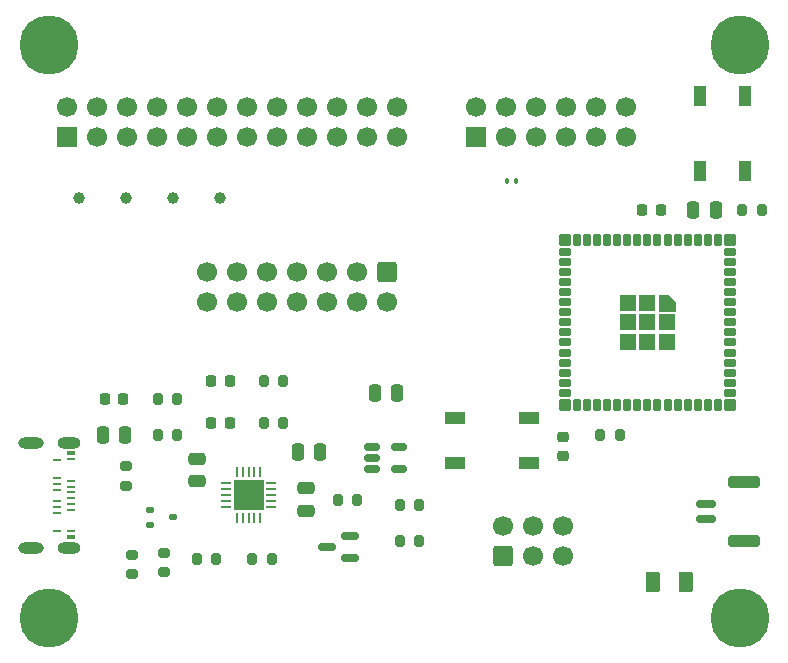
<source format=gbr>
%TF.GenerationSoftware,KiCad,Pcbnew,9.0.6*%
%TF.CreationDate,2026-01-12T13:11:15+01:00*%
%TF.ProjectId,IoT-Werkstatt_Band1,496f542d-5765-4726-9b73-746174745f42,rev?*%
%TF.SameCoordinates,Original*%
%TF.FileFunction,Soldermask,Top*%
%TF.FilePolarity,Negative*%
%FSLAX46Y46*%
G04 Gerber Fmt 4.6, Leading zero omitted, Abs format (unit mm)*
G04 Created by KiCad (PCBNEW 9.0.6) date 2026-01-12 13:11:15*
%MOMM*%
%LPD*%
G01*
G04 APERTURE LIST*
G04 Aperture macros list*
%AMRoundRect*
0 Rectangle with rounded corners*
0 $1 Rounding radius*
0 $2 $3 $4 $5 $6 $7 $8 $9 X,Y pos of 4 corners*
0 Add a 4 corners polygon primitive as box body*
4,1,4,$2,$3,$4,$5,$6,$7,$8,$9,$2,$3,0*
0 Add four circle primitives for the rounded corners*
1,1,$1+$1,$2,$3*
1,1,$1+$1,$4,$5*
1,1,$1+$1,$6,$7*
1,1,$1+$1,$8,$9*
0 Add four rect primitives between the rounded corners*
20,1,$1+$1,$2,$3,$4,$5,0*
20,1,$1+$1,$4,$5,$6,$7,0*
20,1,$1+$1,$6,$7,$8,$9,0*
20,1,$1+$1,$8,$9,$2,$3,0*%
G04 Aperture macros list end*
%ADD10C,0.010000*%
%ADD11C,2.900000*%
%ADD12C,5.000000*%
%ADD13RoundRect,0.102000X-0.200000X0.400000X-0.200000X-0.400000X0.200000X-0.400000X0.200000X0.400000X0*%
%ADD14RoundRect,0.102000X-0.400000X0.200000X-0.400000X-0.200000X0.400000X-0.200000X0.400000X0.200000X0*%
%ADD15RoundRect,0.102000X-0.600000X0.600000X-0.600000X-0.600000X0.600000X-0.600000X0.600000X0.600000X0*%
%ADD16RoundRect,0.102000X-0.400000X0.400000X-0.400000X-0.400000X0.400000X-0.400000X0.400000X0.400000X0*%
%ADD17RoundRect,0.218750X-0.218750X-0.256250X0.218750X-0.256250X0.218750X0.256250X-0.218750X0.256250X0*%
%ADD18RoundRect,0.200000X-0.200000X-0.275000X0.200000X-0.275000X0.200000X0.275000X-0.200000X0.275000X0*%
%ADD19RoundRect,0.200000X0.200000X0.275000X-0.200000X0.275000X-0.200000X-0.275000X0.200000X-0.275000X0*%
%ADD20RoundRect,0.225000X-0.250000X0.225000X-0.250000X-0.225000X0.250000X-0.225000X0.250000X0.225000X0*%
%ADD21RoundRect,0.200000X-0.275000X0.200000X-0.275000X-0.200000X0.275000X-0.200000X0.275000X0.200000X0*%
%ADD22RoundRect,0.250000X0.475000X-0.250000X0.475000X0.250000X-0.475000X0.250000X-0.475000X-0.250000X0*%
%ADD23RoundRect,0.112500X-0.237500X0.112500X-0.237500X-0.112500X0.237500X-0.112500X0.237500X0.112500X0*%
%ADD24R,1.000000X1.700000*%
%ADD25RoundRect,0.200000X0.275000X-0.200000X0.275000X0.200000X-0.275000X0.200000X-0.275000X-0.200000X0*%
%ADD26RoundRect,0.250000X0.375000X0.625000X-0.375000X0.625000X-0.375000X-0.625000X0.375000X-0.625000X0*%
%ADD27RoundRect,0.225000X0.225000X0.250000X-0.225000X0.250000X-0.225000X-0.250000X0.225000X-0.250000X0*%
%ADD28RoundRect,0.150000X0.587500X0.150000X-0.587500X0.150000X-0.587500X-0.150000X0.587500X-0.150000X0*%
%ADD29R,1.700000X1.000000*%
%ADD30RoundRect,0.250000X0.250000X0.475000X-0.250000X0.475000X-0.250000X-0.475000X0.250000X-0.475000X0*%
%ADD31RoundRect,0.150000X-0.512500X-0.150000X0.512500X-0.150000X0.512500X0.150000X-0.512500X0.150000X0*%
%ADD32C,1.000000*%
%ADD33RoundRect,0.075000X-0.300000X0.075000X-0.300000X-0.075000X0.300000X-0.075000X0.300000X0.075000X0*%
%ADD34RoundRect,0.062500X-0.312500X0.062500X-0.312500X-0.062500X0.312500X-0.062500X0.312500X0.062500X0*%
%ADD35O,1.950000X0.950000*%
%ADD36O,2.150000X0.950000*%
%ADD37RoundRect,0.150000X0.700000X-0.150000X0.700000X0.150000X-0.700000X0.150000X-0.700000X-0.150000X0*%
%ADD38RoundRect,0.250000X1.100000X-0.250000X1.100000X0.250000X-1.100000X0.250000X-1.100000X-0.250000X0*%
%ADD39RoundRect,0.250000X-0.600000X0.600000X-0.600000X-0.600000X0.600000X-0.600000X0.600000X0.600000X0*%
%ADD40C,1.700000*%
%ADD41RoundRect,0.062500X-0.350000X-0.062500X0.350000X-0.062500X0.350000X0.062500X-0.350000X0.062500X0*%
%ADD42RoundRect,0.062500X-0.062500X-0.350000X0.062500X-0.350000X0.062500X0.350000X-0.062500X0.350000X0*%
%ADD43R,2.500000X2.500000*%
%ADD44RoundRect,0.225000X-0.225000X-0.250000X0.225000X-0.250000X0.225000X0.250000X-0.225000X0.250000X0*%
%ADD45RoundRect,0.075000X0.075000X0.175000X-0.075000X0.175000X-0.075000X-0.175000X0.075000X-0.175000X0*%
%ADD46RoundRect,0.250000X0.600000X-0.600000X0.600000X0.600000X-0.600000X0.600000X-0.600000X-0.600000X0*%
%ADD47R,1.700000X1.700000*%
%ADD48RoundRect,0.250000X-0.250000X-0.475000X0.250000X-0.475000X0.250000X0.475000X-0.250000X0.475000X0*%
G04 APERTURE END LIST*
D10*
%TO.C,U2*%
X187500000Y-83800000D02*
X187500000Y-84550000D01*
X186100000Y-84550000D01*
X186100000Y-83150000D01*
X186850000Y-83150000D01*
X187500000Y-83800000D01*
G36*
X187500000Y-83800000D02*
G01*
X187500000Y-84550000D01*
X186100000Y-84550000D01*
X186100000Y-83150000D01*
X186850000Y-83150000D01*
X187500000Y-83800000D01*
G37*
%TD*%
D11*
%TO.C,REF\u002A\u002A*%
X134500000Y-110500000D03*
D12*
X134500000Y-110500000D03*
%TD*%
D11*
%TO.C,REF\u002A\u002A*%
X193000000Y-110500000D03*
D12*
X193000000Y-110500000D03*
%TD*%
D11*
%TO.C,REF\u002A\u002A*%
X193000000Y-62000000D03*
D12*
X193000000Y-62000000D03*
%TD*%
D11*
%TO.C,REF\u002A\u002A*%
X134500000Y-62000000D03*
D12*
X134500000Y-62000000D03*
%TD*%
D13*
%TO.C,U2*%
X191100000Y-78500000D03*
X190250000Y-78500000D03*
X189400000Y-78500000D03*
X188550000Y-78500000D03*
X187700000Y-78500000D03*
X186850000Y-78500000D03*
X186000000Y-78500000D03*
X185150000Y-78500000D03*
X184300000Y-78500000D03*
X183450000Y-78500000D03*
X182600000Y-78500000D03*
X181750000Y-78500000D03*
X180900000Y-78500000D03*
X180050000Y-78500000D03*
X179200000Y-78500000D03*
D14*
X178150000Y-79550000D03*
X178150000Y-80400000D03*
X178150000Y-81250000D03*
X178150000Y-82100000D03*
X178150000Y-82950000D03*
X178150000Y-83800000D03*
X178150000Y-84650000D03*
X178150000Y-85500000D03*
X178150000Y-86350000D03*
X178150000Y-87200000D03*
X178150000Y-88050000D03*
X178150000Y-88900000D03*
X178150000Y-89750000D03*
X178150000Y-90600000D03*
X178150000Y-91450000D03*
D13*
X179200000Y-92500000D03*
X180050000Y-92500000D03*
X180900000Y-92500000D03*
X181750000Y-92500000D03*
X182600000Y-92500000D03*
X183450000Y-92500000D03*
X184300000Y-92500000D03*
X185150000Y-92500000D03*
X186000000Y-92500000D03*
X186850000Y-92500000D03*
X187700000Y-92500000D03*
X188550000Y-92500000D03*
X189400000Y-92500000D03*
X190250000Y-92500000D03*
X191100000Y-92500000D03*
D14*
X192150000Y-91450000D03*
X192150000Y-90600000D03*
X192150000Y-89750000D03*
X192150000Y-88900000D03*
X192150000Y-88050000D03*
X192150000Y-87200000D03*
X192150000Y-86350000D03*
X192150000Y-85500000D03*
X192150000Y-84650000D03*
X192150000Y-83800000D03*
X192150000Y-82950000D03*
X192150000Y-82100000D03*
X192150000Y-81250000D03*
X192150000Y-80400000D03*
X192150000Y-79550000D03*
D15*
X186800000Y-85500000D03*
X186800000Y-87150000D03*
X185150000Y-83850000D03*
X185150000Y-85500000D03*
X185150000Y-87150000D03*
X183500000Y-83850000D03*
X183500000Y-85500000D03*
X183500000Y-87150000D03*
D16*
X192150000Y-78500000D03*
X178150000Y-78500000D03*
X178150000Y-92500000D03*
X192150000Y-92500000D03*
%TD*%
D17*
%TO.C,D3*%
X148212500Y-94000000D03*
X149787500Y-94000000D03*
%TD*%
D18*
%TO.C,R7*%
X143675000Y-92000000D03*
X145325000Y-92000000D03*
%TD*%
%TO.C,R9*%
X152675000Y-94000000D03*
X154325000Y-94000000D03*
%TD*%
%TO.C,R8*%
X152675000Y-90500000D03*
X154325000Y-90500000D03*
%TD*%
D19*
%TO.C,R12*%
X153325000Y-105500000D03*
X151675000Y-105500000D03*
%TD*%
D20*
%TO.C,C12*%
X178000000Y-95225000D03*
X178000000Y-96775000D03*
%TD*%
D21*
%TO.C,R3*%
X144250000Y-105000000D03*
X144250000Y-106650000D03*
%TD*%
D22*
%TO.C,C6*%
X156250000Y-101450000D03*
X156250000Y-99550000D03*
%TD*%
D17*
%TO.C,D2*%
X148212500Y-90500000D03*
X149787500Y-90500000D03*
%TD*%
D23*
%TO.C,U3*%
X143000000Y-101350000D03*
X143000000Y-102650000D03*
X145000000Y-102000000D03*
%TD*%
D18*
%TO.C,R1*%
X158925000Y-100500000D03*
X160575000Y-100500000D03*
%TD*%
D24*
%TO.C,SW1*%
X189600000Y-72650000D03*
X189600000Y-66350000D03*
X193400000Y-72650000D03*
X193400000Y-66350000D03*
%TD*%
D25*
%TO.C,R4*%
X141000000Y-99325000D03*
X141000000Y-97675000D03*
%TD*%
D26*
%TO.C,F1*%
X188400000Y-107500000D03*
X185600000Y-107500000D03*
%TD*%
D27*
%TO.C,C10*%
X186275000Y-76000000D03*
X184725000Y-76000000D03*
%TD*%
D28*
%TO.C,Q1*%
X159937500Y-105450000D03*
X159937500Y-103550000D03*
X158062500Y-104500000D03*
%TD*%
D19*
%TO.C,R6*%
X182825000Y-95000000D03*
X181175000Y-95000000D03*
%TD*%
D29*
%TO.C,SW2*%
X168850000Y-93600000D03*
X175150000Y-93600000D03*
X168850000Y-97400000D03*
X175150000Y-97400000D03*
%TD*%
D30*
%TO.C,C3*%
X140950000Y-95000000D03*
X139050000Y-95000000D03*
%TD*%
D31*
%TO.C,U1*%
X161862500Y-96050000D03*
X161862500Y-97000000D03*
X161862500Y-97950000D03*
X164137500Y-97950000D03*
X164137500Y-96050000D03*
%TD*%
D32*
%TO.C,TP4*%
X137000000Y-75000000D03*
%TD*%
D33*
%TO.C,J2*%
X136375000Y-96600000D03*
D34*
X136375000Y-97100000D03*
D33*
X136375000Y-103700000D03*
D34*
X136375000Y-98900000D03*
X136375000Y-99400000D03*
X136375000Y-99900000D03*
X136375000Y-100400000D03*
X136375000Y-100900000D03*
X136375000Y-101400000D03*
X136375000Y-103200000D03*
X135125000Y-103150000D03*
X135125000Y-101650000D03*
X135125000Y-101150000D03*
X135125000Y-100650000D03*
X135125000Y-99650000D03*
X135125000Y-99150000D03*
X135125000Y-98650000D03*
X135125000Y-97150000D03*
D35*
X136200000Y-95700000D03*
D36*
X133000000Y-95700000D03*
D35*
X136200000Y-104600000D03*
D36*
X133000000Y-104600000D03*
%TD*%
D37*
%TO.C,J5*%
X190150000Y-102125000D03*
X190150000Y-100875000D03*
D38*
X193350000Y-103975000D03*
X193350000Y-99025000D03*
%TD*%
D39*
%TO.C,J_JTAG1*%
X163120000Y-81247500D03*
D40*
X163120000Y-83787500D03*
X160580000Y-81247500D03*
X160580000Y-83787500D03*
X158040000Y-81247500D03*
X158040000Y-83787500D03*
X155500000Y-81247500D03*
X155500000Y-83787500D03*
X152960000Y-81247500D03*
X152960000Y-83787500D03*
X150420000Y-81247500D03*
X150420000Y-83787500D03*
X147880000Y-81247500D03*
X147880000Y-83787500D03*
%TD*%
D41*
%TO.C,U5*%
X149437500Y-99125000D03*
X149437500Y-99625000D03*
X149437500Y-100125000D03*
X149437500Y-100625000D03*
X149437500Y-101125000D03*
D42*
X150375000Y-102062500D03*
X150875000Y-102062500D03*
X151375000Y-102062500D03*
X151875000Y-102062500D03*
X152375000Y-102062500D03*
D41*
X153312500Y-101125000D03*
X153312500Y-100625000D03*
X153312500Y-100125000D03*
X153312500Y-99625000D03*
X153312500Y-99125000D03*
D42*
X152375000Y-98187500D03*
X151875000Y-98187500D03*
X151375000Y-98187500D03*
X150875000Y-98187500D03*
X150375000Y-98187500D03*
D43*
X151375000Y-100125000D03*
%TD*%
D44*
%TO.C,C5*%
X139225000Y-92000000D03*
X140775000Y-92000000D03*
%TD*%
D22*
%TO.C,C7*%
X147000000Y-98950000D03*
X147000000Y-97050000D03*
%TD*%
D45*
%TO.C,U4*%
X174000000Y-73500000D03*
X173300000Y-73500000D03*
%TD*%
D32*
%TO.C,TP3*%
X149000000Y-75000000D03*
%TD*%
D46*
%TO.C,J_ProgUART0_1*%
X172955000Y-105252500D03*
D40*
X172955000Y-102712500D03*
X175495000Y-105252500D03*
X175495000Y-102712500D03*
X178035000Y-105252500D03*
X178035000Y-102712500D03*
%TD*%
D18*
%TO.C,R2*%
X143675000Y-95000000D03*
X145325000Y-95000000D03*
%TD*%
D47*
%TO.C,J4*%
X170650000Y-69775000D03*
D40*
X170650000Y-67235000D03*
X173190000Y-69775000D03*
X173190000Y-67235000D03*
X175730000Y-69775000D03*
X175730000Y-67235000D03*
X178270000Y-69775000D03*
X178270000Y-67235000D03*
X180810000Y-69775000D03*
X180810000Y-67235000D03*
X183350000Y-69775000D03*
X183350000Y-67235000D03*
%TD*%
D18*
%TO.C,R14*%
X164175000Y-101000000D03*
X165825000Y-101000000D03*
%TD*%
%TO.C,R13*%
X147000000Y-105500000D03*
X148650000Y-105500000D03*
%TD*%
D48*
%TO.C,C11*%
X189050000Y-76000000D03*
X190950000Y-76000000D03*
%TD*%
D30*
%TO.C,C4*%
X157450000Y-96500000D03*
X155550000Y-96500000D03*
%TD*%
%TO.C,C2*%
X163950000Y-91500000D03*
X162050000Y-91500000D03*
%TD*%
D32*
%TO.C,TP2*%
X145000000Y-75000000D03*
%TD*%
D18*
%TO.C,R11*%
X164175000Y-104000000D03*
X165825000Y-104000000D03*
%TD*%
%TO.C,R10*%
X193175000Y-76000000D03*
X194825000Y-76000000D03*
%TD*%
D47*
%TO.C,J3*%
X136030000Y-69775000D03*
D40*
X136030000Y-67235000D03*
X138570000Y-69775000D03*
X138570000Y-67235000D03*
X141110000Y-69775000D03*
X141110000Y-67235000D03*
X143650000Y-69775000D03*
X143650000Y-67235000D03*
X146190000Y-69775000D03*
X146190000Y-67235000D03*
X148730000Y-69775000D03*
X148730000Y-67235000D03*
X151270000Y-69775000D03*
X151270000Y-67235000D03*
X153810000Y-69775000D03*
X153810000Y-67235000D03*
X156350000Y-69775000D03*
X156350000Y-67235000D03*
X158890000Y-69775000D03*
X158890000Y-67235000D03*
X161430000Y-69775000D03*
X161430000Y-67235000D03*
X163970000Y-69775000D03*
X163970000Y-67235000D03*
%TD*%
D21*
%TO.C,R5*%
X141500000Y-105175000D03*
X141500000Y-106825000D03*
%TD*%
D32*
%TO.C,TP1*%
X141000000Y-75000000D03*
%TD*%
M02*

</source>
